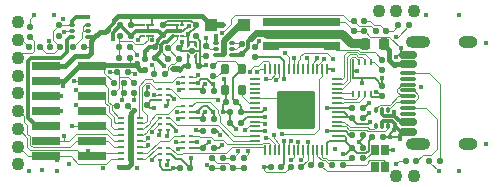
<source format=gbr>
G04 #@! TF.GenerationSoftware,KiCad,Pcbnew,(6.0.2)*
G04 #@! TF.CreationDate,2022-03-09T14:23:30+01:00*
G04 #@! TF.ProjectId,rs-probe,72732d70-726f-4626-952e-6b696361645f,rev?*
G04 #@! TF.SameCoordinates,Original*
G04 #@! TF.FileFunction,Copper,L1,Top*
G04 #@! TF.FilePolarity,Positive*
%FSLAX46Y46*%
G04 Gerber Fmt 4.6, Leading zero omitted, Abs format (unit mm)*
G04 Created by KiCad (PCBNEW (6.0.2)) date 2022-03-09 14:23:30*
%MOMM*%
%LPD*%
G01*
G04 APERTURE LIST*
G04 Aperture macros list*
%AMRoundRect*
0 Rectangle with rounded corners*
0 $1 Rounding radius*
0 $2 $3 $4 $5 $6 $7 $8 $9 X,Y pos of 4 corners*
0 Add a 4 corners polygon primitive as box body*
4,1,4,$2,$3,$4,$5,$6,$7,$8,$9,$2,$3,0*
0 Add four circle primitives for the rounded corners*
1,1,$1+$1,$2,$3*
1,1,$1+$1,$4,$5*
1,1,$1+$1,$6,$7*
1,1,$1+$1,$8,$9*
0 Add four rect primitives between the rounded corners*
20,1,$1+$1,$2,$3,$4,$5,0*
20,1,$1+$1,$4,$5,$6,$7,0*
20,1,$1+$1,$6,$7,$8,$9,0*
20,1,$1+$1,$8,$9,$2,$3,0*%
%AMFreePoly0*
4,1,6,0.175000,-0.100000,-0.225000,-0.100000,-0.225000,-0.025000,-0.050000,0.150000,0.175000,0.150000,0.175000,-0.100000,0.175000,-0.100000,$1*%
%AMFreePoly1*
4,1,6,0.225000,-0.025000,0.225000,-0.100000,-0.175000,-0.100000,-0.175000,0.150000,0.050000,0.150000,0.225000,-0.025000,0.225000,-0.025000,$1*%
G04 Aperture macros list end*
G04 #@! TA.AperFunction,SMDPad,CuDef*
%ADD10RoundRect,0.137500X-0.137500X-0.137500X0.137500X-0.137500X0.137500X0.137500X-0.137500X0.137500X0*%
G04 #@! TD*
G04 #@! TA.AperFunction,SMDPad,CuDef*
%ADD11RoundRect,0.137500X-0.137500X0.137500X-0.137500X-0.137500X0.137500X-0.137500X0.137500X0.137500X0*%
G04 #@! TD*
G04 #@! TA.AperFunction,SMDPad,CuDef*
%ADD12RoundRect,0.185000X-1.015000X-0.185000X1.015000X-0.185000X1.015000X0.185000X-1.015000X0.185000X0*%
G04 #@! TD*
G04 #@! TA.AperFunction,SMDPad,CuDef*
%ADD13RoundRect,0.150000X0.575000X-0.150000X0.575000X0.150000X-0.575000X0.150000X-0.575000X-0.150000X0*%
G04 #@! TD*
G04 #@! TA.AperFunction,SMDPad,CuDef*
%ADD14O,1.450000X0.300000*%
G04 #@! TD*
G04 #@! TA.AperFunction,ComponentPad*
%ADD15O,2.100000X1.000000*%
G04 #@! TD*
G04 #@! TA.AperFunction,ComponentPad*
%ADD16O,1.600000X1.000000*%
G04 #@! TD*
G04 #@! TA.AperFunction,SMDPad,CuDef*
%ADD17RoundRect,0.125000X0.200000X0.000000X-0.200000X0.000000X-0.200000X0.000000X0.200000X0.000000X0*%
G04 #@! TD*
G04 #@! TA.AperFunction,SMDPad,CuDef*
%ADD18RoundRect,0.125000X0.125000X1.925000X-0.125000X1.925000X-0.125000X-1.925000X0.125000X-1.925000X0*%
G04 #@! TD*
G04 #@! TA.AperFunction,SMDPad,CuDef*
%ADD19RoundRect,0.137500X0.137500X-0.137500X0.137500X0.137500X-0.137500X0.137500X-0.137500X-0.137500X0*%
G04 #@! TD*
G04 #@! TA.AperFunction,SMDPad,CuDef*
%ADD20RoundRect,0.050000X-0.050000X0.387500X-0.050000X-0.387500X0.050000X-0.387500X0.050000X0.387500X0*%
G04 #@! TD*
G04 #@! TA.AperFunction,SMDPad,CuDef*
%ADD21RoundRect,0.050000X-0.387500X0.050000X-0.387500X-0.050000X0.387500X-0.050000X0.387500X0.050000X0*%
G04 #@! TD*
G04 #@! TA.AperFunction,ComponentPad*
%ADD22C,0.600000*%
G04 #@! TD*
G04 #@! TA.AperFunction,SMDPad,CuDef*
%ADD23RoundRect,0.144000X-1.456000X1.456000X-1.456000X-1.456000X1.456000X-1.456000X1.456000X1.456000X0*%
G04 #@! TD*
G04 #@! TA.AperFunction,SMDPad,CuDef*
%ADD24R,0.330000X0.270000*%
G04 #@! TD*
G04 #@! TA.AperFunction,SMDPad,CuDef*
%ADD25RoundRect,0.137500X0.137500X0.137500X-0.137500X0.137500X-0.137500X-0.137500X0.137500X-0.137500X0*%
G04 #@! TD*
G04 #@! TA.AperFunction,SMDPad,CuDef*
%ADD26R,1.100000X1.100000*%
G04 #@! TD*
G04 #@! TA.AperFunction,SMDPad,CuDef*
%ADD27FreePoly0,270.000000*%
G04 #@! TD*
G04 #@! TA.AperFunction,SMDPad,CuDef*
%ADD28FreePoly1,90.000000*%
G04 #@! TD*
G04 #@! TA.AperFunction,SMDPad,CuDef*
%ADD29FreePoly0,90.000000*%
G04 #@! TD*
G04 #@! TA.AperFunction,SMDPad,CuDef*
%ADD30FreePoly1,270.000000*%
G04 #@! TD*
G04 #@! TA.AperFunction,SMDPad,CuDef*
%ADD31RoundRect,0.120000X0.000000X-0.169706X0.169706X0.000000X0.000000X0.169706X-0.169706X0.000000X0*%
G04 #@! TD*
G04 #@! TA.AperFunction,SMDPad,CuDef*
%ADD32RoundRect,0.075000X-0.150000X-0.075000X0.150000X-0.075000X0.150000X0.075000X-0.150000X0.075000X0*%
G04 #@! TD*
G04 #@! TA.AperFunction,SMDPad,CuDef*
%ADD33RoundRect,0.062500X0.087500X-0.062500X0.087500X0.062500X-0.087500X0.062500X-0.087500X-0.062500X0*%
G04 #@! TD*
G04 #@! TA.AperFunction,SMDPad,CuDef*
%ADD34R,0.940000X0.300000*%
G04 #@! TD*
G04 #@! TA.AperFunction,SMDPad,CuDef*
%ADD35R,0.650000X0.850000*%
G04 #@! TD*
G04 #@! TA.AperFunction,SMDPad,CuDef*
%ADD36O,0.250000X0.600000*%
G04 #@! TD*
G04 #@! TA.AperFunction,SMDPad,CuDef*
%ADD37R,1.600000X0.200000*%
G04 #@! TD*
G04 #@! TA.AperFunction,SMDPad,CuDef*
%ADD38RoundRect,0.075000X0.075000X-0.150000X0.075000X0.150000X-0.075000X0.150000X-0.075000X-0.150000X0*%
G04 #@! TD*
G04 #@! TA.AperFunction,SMDPad,CuDef*
%ADD39RoundRect,0.218750X0.218750X0.256250X-0.218750X0.256250X-0.218750X-0.256250X0.218750X-0.256250X0*%
G04 #@! TD*
G04 #@! TA.AperFunction,SMDPad,CuDef*
%ADD40RoundRect,0.175000X-0.175000X0.275000X-0.175000X-0.275000X0.175000X-0.275000X0.175000X0.275000X0*%
G04 #@! TD*
G04 #@! TA.AperFunction,SMDPad,CuDef*
%ADD41R,1.450000X0.700000*%
G04 #@! TD*
G04 #@! TA.AperFunction,ComponentPad*
%ADD42C,1.100000*%
G04 #@! TD*
G04 #@! TA.AperFunction,ViaPad*
%ADD43C,0.450000*%
G04 #@! TD*
G04 #@! TA.AperFunction,Conductor*
%ADD44C,0.100000*%
G04 #@! TD*
G04 #@! TA.AperFunction,Conductor*
%ADD45C,0.500000*%
G04 #@! TD*
G04 #@! TA.AperFunction,Conductor*
%ADD46C,0.700000*%
G04 #@! TD*
G04 #@! TA.AperFunction,Conductor*
%ADD47C,0.200000*%
G04 #@! TD*
G04 #@! TA.AperFunction,Conductor*
%ADD48C,0.300000*%
G04 #@! TD*
G04 #@! TA.AperFunction,Conductor*
%ADD49C,0.800000*%
G04 #@! TD*
G04 #@! TA.AperFunction,Conductor*
%ADD50C,0.150000*%
G04 #@! TD*
G04 #@! TA.AperFunction,Conductor*
%ADD51C,0.400000*%
G04 #@! TD*
G04 #@! TA.AperFunction,Conductor*
%ADD52C,0.350000*%
G04 #@! TD*
G04 #@! TA.AperFunction,Conductor*
%ADD53C,0.600000*%
G04 #@! TD*
G04 APERTURE END LIST*
D10*
X179650000Y-80700000D03*
X178750000Y-80700000D03*
X181550000Y-80250000D03*
X180650000Y-80250000D03*
D11*
X176900000Y-80750000D03*
X176900000Y-79850000D03*
X177800000Y-80750000D03*
X177800000Y-79850000D03*
D12*
X150850000Y-83690000D03*
X154750000Y-83690000D03*
X150850000Y-84960000D03*
X154750000Y-84960000D03*
X150850000Y-86230000D03*
X154750000Y-86230000D03*
X150850000Y-87500000D03*
X154750000Y-87500000D03*
X150850000Y-88770000D03*
X154750000Y-88770000D03*
X150850000Y-90040000D03*
X154750000Y-90040000D03*
X150850000Y-91310000D03*
X154750000Y-91310000D03*
D13*
X181455000Y-89250000D03*
X181455000Y-88450000D03*
D14*
X181455000Y-87250000D03*
X181455000Y-86250000D03*
X181455000Y-85750000D03*
X181455000Y-84750000D03*
D13*
X181455000Y-83550000D03*
X181455000Y-82750000D03*
X181455000Y-82750000D03*
X181455000Y-83550000D03*
D14*
X181455000Y-84250000D03*
X181455000Y-85250000D03*
X181455000Y-86750000D03*
X181455000Y-87750000D03*
D13*
X181455000Y-88450000D03*
X181455000Y-89250000D03*
D15*
X182370000Y-90320000D03*
X182370000Y-81680000D03*
D16*
X186550000Y-90320000D03*
X186550000Y-81680000D03*
D17*
X158825000Y-91550000D03*
X158825000Y-91050000D03*
X158825000Y-90550000D03*
X158825000Y-90050000D03*
X158825000Y-89550000D03*
X158825000Y-89050000D03*
X158825000Y-88550000D03*
X158825000Y-88050000D03*
X157175000Y-88050000D03*
X157175000Y-88550000D03*
X157175000Y-89050000D03*
X157175000Y-89550000D03*
X157175000Y-90050000D03*
X157175000Y-90550000D03*
X157175000Y-91050000D03*
X157175000Y-91550000D03*
D18*
X158000000Y-89800000D03*
D10*
X156575000Y-85100000D03*
X157475000Y-85100000D03*
D19*
X179300000Y-84050000D03*
X179300000Y-83150000D03*
D20*
X174600000Y-83962500D03*
X174200000Y-83962500D03*
X173800000Y-83962500D03*
X173400000Y-83962500D03*
X173000000Y-83962500D03*
X172600000Y-83962500D03*
X172200000Y-83962500D03*
X171800000Y-83962500D03*
X171400000Y-83962500D03*
X171000000Y-83962500D03*
X170600000Y-83962500D03*
X170200000Y-83962500D03*
X169800000Y-83962500D03*
X169400000Y-83962500D03*
D21*
X168562500Y-84800000D03*
X168562500Y-85200000D03*
X168562500Y-85600000D03*
X168562500Y-86000000D03*
X168562500Y-86400000D03*
X168562500Y-86800000D03*
X168562500Y-87200000D03*
X168562500Y-87600000D03*
X168562500Y-88000000D03*
X168562500Y-88400000D03*
X168562500Y-88800000D03*
X168562500Y-89200000D03*
X168562500Y-89600000D03*
X168562500Y-90000000D03*
D20*
X169400000Y-90837500D03*
X169800000Y-90837500D03*
X170200000Y-90837500D03*
X170600000Y-90837500D03*
X171000000Y-90837500D03*
X171400000Y-90837500D03*
X171800000Y-90837500D03*
X172200000Y-90837500D03*
X172600000Y-90837500D03*
X173000000Y-90837500D03*
X173400000Y-90837500D03*
X173800000Y-90837500D03*
X174200000Y-90837500D03*
X174600000Y-90837500D03*
D21*
X175437500Y-90000000D03*
X175437500Y-89600000D03*
X175437500Y-89200000D03*
X175437500Y-88800000D03*
X175437500Y-88400000D03*
X175437500Y-88000000D03*
X175437500Y-87600000D03*
X175437500Y-87200000D03*
X175437500Y-86800000D03*
X175437500Y-86400000D03*
X175437500Y-86000000D03*
X175437500Y-85600000D03*
X175437500Y-85200000D03*
X175437500Y-84800000D03*
D22*
X170725000Y-88675000D03*
X173275000Y-87400000D03*
X172000000Y-88675000D03*
D23*
X172000000Y-87400000D03*
D22*
X170725000Y-87400000D03*
X172000000Y-87400000D03*
X173275000Y-88675000D03*
X173275000Y-86125000D03*
X172000000Y-86125000D03*
X170725000Y-86125000D03*
D11*
X165000000Y-83650000D03*
X165000000Y-84550000D03*
D24*
X161140000Y-86600000D03*
X161140000Y-86100000D03*
X161140000Y-85600000D03*
X160460000Y-85600000D03*
X160460000Y-86100000D03*
X160460000Y-86600000D03*
D25*
X172450000Y-92200000D03*
X171550000Y-92200000D03*
D26*
X164800000Y-80200000D03*
X167600000Y-80200000D03*
D10*
X162850000Y-83650000D03*
X163750000Y-83650000D03*
D19*
X168500000Y-82950000D03*
X168500000Y-82050000D03*
D10*
X164150000Y-85800000D03*
X165050000Y-85800000D03*
D19*
X164900000Y-92350000D03*
X164900000Y-91450000D03*
D25*
X157475000Y-86000000D03*
X156575000Y-86000000D03*
D10*
X164150000Y-89200000D03*
X165050000Y-89200000D03*
D25*
X162100000Y-82200000D03*
X161200000Y-82200000D03*
X166950000Y-86700000D03*
X166050000Y-86700000D03*
D27*
X162850000Y-82875000D03*
D28*
X163550000Y-82875000D03*
D29*
X163550000Y-81925000D03*
D30*
X162850000Y-81925000D03*
D31*
X163200000Y-82400000D03*
D32*
X153000000Y-80200000D03*
X153000000Y-80700000D03*
X153000000Y-81200000D03*
X154400000Y-81200000D03*
X154400000Y-80700000D03*
X154400000Y-80200000D03*
D24*
X161140000Y-89100000D03*
X161140000Y-88600000D03*
X161140000Y-88100000D03*
X160460000Y-88100000D03*
X160460000Y-88600000D03*
X160460000Y-89100000D03*
D25*
X170750000Y-92200000D03*
X169850000Y-92200000D03*
D10*
X157050000Y-82100000D03*
X157950000Y-82100000D03*
D19*
X164400000Y-82850000D03*
X164400000Y-81950000D03*
D11*
X158000000Y-80250000D03*
X158000000Y-81150000D03*
X163500000Y-80250000D03*
X163500000Y-81150000D03*
X167400000Y-81800000D03*
X167400000Y-82700000D03*
D10*
X162150000Y-92300000D03*
X163050000Y-92300000D03*
X178450000Y-89700000D03*
X179350000Y-89700000D03*
D33*
X161565000Y-81175000D03*
X161965000Y-81175000D03*
X162365000Y-81175000D03*
X162365000Y-80225000D03*
X161965000Y-80225000D03*
X161565000Y-80225000D03*
D34*
X161965000Y-80700000D03*
D11*
X160700000Y-80200000D03*
X160700000Y-81100000D03*
D19*
X159200000Y-84000000D03*
X159200000Y-83100000D03*
D25*
X183300000Y-91750000D03*
X184200000Y-91750000D03*
D19*
X160050000Y-83000000D03*
X160050000Y-82100000D03*
D24*
X163140000Y-88100000D03*
X163140000Y-87600000D03*
X163140000Y-87100000D03*
X162460000Y-87100000D03*
X162460000Y-87600000D03*
X162460000Y-88100000D03*
D35*
X179525000Y-92225000D03*
X178675000Y-92225000D03*
X178675000Y-90775000D03*
X179525000Y-90775000D03*
D10*
X176750000Y-89500000D03*
X177650000Y-89500000D03*
X157050000Y-83000000D03*
X157950000Y-83000000D03*
D36*
X178350000Y-83350000D03*
X177850000Y-83350000D03*
X177350000Y-83350000D03*
X176850000Y-83350000D03*
X176850000Y-86050000D03*
X177350000Y-86050000D03*
X177850000Y-86050000D03*
X178350000Y-86050000D03*
D37*
X177600000Y-84700000D03*
D11*
X157100000Y-80250000D03*
X157100000Y-81150000D03*
D19*
X159400000Y-86950000D03*
X159400000Y-86050000D03*
D38*
X178800000Y-88800000D03*
X179300000Y-88800000D03*
X179800000Y-88800000D03*
X179800000Y-87400000D03*
X179300000Y-87400000D03*
X178800000Y-87400000D03*
D25*
X152050000Y-82100000D03*
X151150000Y-82100000D03*
D10*
X164150000Y-90600000D03*
X165050000Y-90600000D03*
D11*
X149500000Y-80350000D03*
X149500000Y-81250000D03*
D33*
X159050000Y-81175000D03*
X159450000Y-81175000D03*
X159850000Y-81175000D03*
X159850000Y-80225000D03*
X159450000Y-80225000D03*
X159050000Y-80225000D03*
D34*
X159450000Y-80700000D03*
D24*
X161140000Y-91600000D03*
X161140000Y-91100000D03*
X161140000Y-90600000D03*
X160460000Y-90600000D03*
X160460000Y-91100000D03*
X160460000Y-91600000D03*
D25*
X174150000Y-92100000D03*
X173250000Y-92100000D03*
X177650000Y-91500000D03*
X176750000Y-91500000D03*
D24*
X163140000Y-85600000D03*
X163140000Y-85100000D03*
X163140000Y-84600000D03*
X162460000Y-84600000D03*
X162460000Y-85100000D03*
X162460000Y-85600000D03*
D19*
X167600000Y-92350000D03*
X167600000Y-91450000D03*
D25*
X167350000Y-88500000D03*
X166450000Y-88500000D03*
X162100000Y-83050000D03*
X161200000Y-83050000D03*
D10*
X176750000Y-87200000D03*
X177650000Y-87200000D03*
D25*
X157750000Y-87100000D03*
X156850000Y-87100000D03*
D10*
X164150000Y-88200000D03*
X165050000Y-88200000D03*
X176750000Y-90600000D03*
X177650000Y-90600000D03*
D19*
X179300000Y-86250000D03*
X179300000Y-85350000D03*
D25*
X160900000Y-84350000D03*
X160000000Y-84350000D03*
D10*
X156850000Y-84200000D03*
X157750000Y-84200000D03*
X153150000Y-82100000D03*
X154050000Y-82100000D03*
D19*
X165800000Y-92350000D03*
X165800000Y-91450000D03*
D39*
X179437500Y-81850000D03*
X177862500Y-81850000D03*
D25*
X175950000Y-92100000D03*
X175050000Y-92100000D03*
D24*
X163140000Y-90600000D03*
X163140000Y-90100000D03*
X163140000Y-89600000D03*
X162460000Y-89600000D03*
X162460000Y-90100000D03*
X162460000Y-90600000D03*
D11*
X151900000Y-80250000D03*
X151900000Y-81150000D03*
D25*
X167350000Y-87600000D03*
X166450000Y-87600000D03*
D40*
X165950000Y-83900000D03*
X165950000Y-85700000D03*
X167450000Y-85675000D03*
X167450000Y-83925000D03*
D25*
X182200000Y-91750000D03*
X181300000Y-91750000D03*
D41*
X175080000Y-80000000D03*
X169920000Y-80000000D03*
X169920000Y-82000000D03*
X175080000Y-82000000D03*
D19*
X166700000Y-92350000D03*
X166700000Y-91450000D03*
D11*
X158250000Y-85100000D03*
X158250000Y-86000000D03*
D10*
X176750000Y-88100000D03*
X177650000Y-88100000D03*
D32*
X165200000Y-81750000D03*
X165200000Y-82250000D03*
X165200000Y-82750000D03*
X166600000Y-82750000D03*
X166600000Y-82250000D03*
X166600000Y-81750000D03*
D25*
X150300000Y-82100000D03*
X149400000Y-82100000D03*
D42*
X148500000Y-80000000D03*
X148500000Y-81500000D03*
X148500000Y-83000000D03*
X148500000Y-84500000D03*
X148500000Y-86000000D03*
X148500000Y-87500000D03*
X148500000Y-89000000D03*
X148500000Y-90500000D03*
X148500000Y-92000000D03*
X179000000Y-79000000D03*
X180500000Y-79000000D03*
X182000000Y-79000000D03*
X182000000Y-93000000D03*
X180500000Y-93000000D03*
D43*
X175100000Y-83050000D03*
X180500000Y-81200000D03*
X165750000Y-80850000D03*
X159400000Y-82300000D03*
X156500000Y-81400000D03*
X158300000Y-87400000D03*
X163700000Y-85100000D03*
X184100000Y-92600000D03*
X165200000Y-81174500D03*
X162900000Y-80274500D03*
X154350000Y-79500000D03*
X162350000Y-81650000D03*
X180900000Y-82200000D03*
X183000000Y-79400000D03*
X167100000Y-90900000D03*
X150500000Y-92500000D03*
X163100000Y-91500000D03*
X161800000Y-89200000D03*
X165000000Y-85200000D03*
X177600000Y-85150000D03*
X178200000Y-86800000D03*
X151800000Y-92600000D03*
X163700000Y-87600000D03*
X161700000Y-86500000D03*
X168871502Y-81550000D03*
X149800000Y-79400000D03*
X180500000Y-82900000D03*
X180300000Y-89100000D03*
X182600000Y-85500000D03*
X188100000Y-90300000D03*
X169300000Y-92200000D03*
X166900000Y-89000000D03*
X180800000Y-89900000D03*
X159500000Y-85500000D03*
X177150000Y-84100000D03*
X149900000Y-87500000D03*
X165812878Y-87583254D03*
X175300000Y-90700000D03*
X158000000Y-89550000D03*
X163600000Y-90100000D03*
X164400000Y-83600000D03*
X177300000Y-90100000D03*
X165900000Y-84800000D03*
X165700000Y-90400000D03*
X178200000Y-87700000D03*
X179300000Y-84700000D03*
X157000000Y-92250000D03*
X180000000Y-89700000D03*
X151500000Y-79400000D03*
X149400000Y-92600000D03*
X156214812Y-84185188D03*
X185800000Y-92600000D03*
X188100000Y-81700000D03*
X165600000Y-89500000D03*
X152100000Y-87500000D03*
X152100000Y-86200000D03*
X150850000Y-86230000D03*
X165000000Y-87600000D03*
X185800000Y-79400000D03*
X180500000Y-92000000D03*
X160200000Y-80711694D03*
X161100000Y-89600000D03*
X171000000Y-84800000D03*
X169400000Y-89200000D03*
X178800000Y-85850000D03*
X161050000Y-92050011D03*
X162200000Y-84000000D03*
X169400000Y-87300000D03*
X164600000Y-90100000D03*
X180200000Y-90800000D03*
X176000000Y-91100000D03*
X178300000Y-88400000D03*
X164300000Y-85200000D03*
X175100000Y-84000000D03*
X164300000Y-87600000D03*
X152300000Y-79700000D03*
X161000000Y-87100000D03*
X161600000Y-83900000D03*
X171000000Y-90000000D03*
X180300000Y-87600000D03*
X180400000Y-83600000D03*
X152400000Y-89650000D03*
X151800000Y-91600000D03*
X158400000Y-84400000D03*
X158300000Y-86575000D03*
X154400000Y-90850000D03*
X169400000Y-88600000D03*
X167700000Y-89100000D03*
X153350000Y-86950000D03*
X158550000Y-92300000D03*
X153200000Y-84950000D03*
X155650000Y-92350000D03*
X153350000Y-85750000D03*
X151050000Y-81600000D03*
X153050000Y-88750000D03*
X158500000Y-83450000D03*
X152300000Y-85400000D03*
X152750000Y-92000000D03*
X158600011Y-81450000D03*
X159850000Y-81500000D03*
X171800000Y-83000000D03*
X157300000Y-86600000D03*
X173000000Y-90100000D03*
X173800000Y-83000000D03*
X174400000Y-83050000D03*
X165800000Y-80200000D03*
X164400000Y-81300000D03*
X171050000Y-82550000D03*
X172900000Y-83000000D03*
X152400000Y-80800000D03*
X159800000Y-83600000D03*
X158544288Y-82793290D03*
X164459519Y-92024500D03*
X162000000Y-88200000D03*
X160400000Y-89500000D03*
X161600000Y-92300000D03*
X162014812Y-90685188D03*
X160000000Y-87200000D03*
X163500000Y-89100000D03*
X162100000Y-85700000D03*
X160827782Y-83697812D03*
X162850000Y-81000000D03*
X168150000Y-81350000D03*
X174600000Y-89200000D03*
X169400000Y-88000000D03*
X174600000Y-87200000D03*
X170800000Y-89400000D03*
X167900000Y-90900000D03*
X172400000Y-91600000D03*
X159800000Y-91600000D03*
X172200000Y-90100000D03*
X161800000Y-90100000D03*
X169500000Y-84800000D03*
X159500000Y-90400000D03*
X159500000Y-89800000D03*
X170300000Y-84900000D03*
X165400000Y-86600000D03*
X168700000Y-84200000D03*
X168124500Y-84200000D03*
X163700000Y-84474500D03*
X171600000Y-91600000D03*
X159825500Y-89300000D03*
X161900000Y-87600000D03*
X171600000Y-90000000D03*
X160000000Y-86100000D03*
X170100000Y-89550000D03*
X162000000Y-85100000D03*
X169500000Y-89800000D03*
D44*
X175437500Y-86800000D02*
X176000000Y-86800000D01*
X176000000Y-86800000D02*
X176050000Y-86750000D01*
X176050000Y-86750000D02*
X177325000Y-86750000D01*
X177325000Y-86750000D02*
X177850000Y-86225000D01*
X177850000Y-86225000D02*
X177850000Y-86050000D01*
X177850000Y-83350000D02*
X177850000Y-83175000D01*
X177850000Y-83175000D02*
X177575000Y-82900000D01*
X177575000Y-82900000D02*
X177282164Y-82900000D01*
X177282164Y-82900000D02*
X177082645Y-82700481D01*
X176300000Y-84850000D02*
X175950000Y-85200000D01*
X175950000Y-85200000D02*
X175437500Y-85200000D01*
X177082645Y-82700481D02*
X176549519Y-82700481D01*
X176549519Y-82700481D02*
X176300000Y-82950000D01*
X176300000Y-82950000D02*
X176300000Y-84850000D01*
X178350000Y-83350000D02*
X178350000Y-83175000D01*
X177164328Y-82500000D02*
X176336221Y-82500000D01*
X176050000Y-82786221D02*
X176050000Y-84650000D01*
X176050000Y-84650000D02*
X175900000Y-84800000D01*
X178350000Y-83175000D02*
X177875481Y-82700481D01*
X175900000Y-84800000D02*
X175437500Y-84800000D01*
X177875481Y-82700481D02*
X177364809Y-82700481D01*
X177364809Y-82700481D02*
X177164328Y-82500000D01*
X176336221Y-82500000D02*
X176050000Y-82786221D01*
X175100000Y-83050000D02*
X174600000Y-82550000D01*
X174600000Y-82550000D02*
X172700000Y-82550000D01*
X172700000Y-82550000D02*
X172375000Y-82875000D01*
X172375000Y-82875000D02*
X172375000Y-83125000D01*
X172375000Y-83125000D02*
X172200000Y-83300000D01*
X172200000Y-83300000D02*
X172200000Y-83962500D01*
X171050000Y-82550000D02*
X171400000Y-82900000D01*
X171400000Y-82900000D02*
X171400000Y-83962500D01*
X169920000Y-82000000D02*
X170020000Y-81900000D01*
D45*
X170020000Y-81900000D02*
X174980000Y-81900000D01*
D44*
X174980000Y-81900000D02*
X175080000Y-82000000D01*
D46*
X169920000Y-80000000D02*
X175080000Y-80000000D01*
D44*
X165750000Y-80850000D02*
X166500000Y-80100000D01*
X166500000Y-79700000D02*
X166800000Y-79400000D01*
X166800000Y-79400000D02*
X176000000Y-79400000D01*
X166500000Y-80100000D02*
X166500000Y-79700000D01*
X176000000Y-79400000D02*
X176450000Y-79850000D01*
X176450000Y-79850000D02*
X176900000Y-79850000D01*
X167100000Y-91050000D02*
X167100000Y-90900000D01*
X166700000Y-91450000D02*
X167100000Y-91050000D01*
X169800000Y-90837500D02*
X169800000Y-90300000D01*
X169200000Y-90200000D02*
X169150000Y-90250000D01*
X169800000Y-90300000D02*
X169700000Y-90200000D01*
X163900000Y-89700000D02*
X163800000Y-89600000D01*
X169700000Y-90200000D02*
X169200000Y-90200000D01*
X169150000Y-90250000D02*
X166150000Y-90250000D01*
X165850000Y-89950000D02*
X165050000Y-89950000D01*
X165050000Y-89950000D02*
X164800000Y-89700000D01*
X166150000Y-90250000D02*
X165850000Y-89950000D01*
X164800000Y-89700000D02*
X163900000Y-89700000D01*
X163800000Y-89600000D02*
X163140000Y-89600000D01*
X163140000Y-87100000D02*
X163540000Y-86700000D01*
X163540000Y-86700000D02*
X164700000Y-86700000D01*
X164700000Y-86700000D02*
X165400000Y-87400000D01*
X165400000Y-87400000D02*
X165400000Y-87700000D01*
X166750000Y-89600000D02*
X168562500Y-89600000D01*
X165400000Y-87700000D02*
X165600000Y-87900000D01*
X165600000Y-87900000D02*
X165600000Y-88450000D01*
X165600000Y-88450000D02*
X166750000Y-89600000D01*
X158825000Y-89550000D02*
X159050000Y-89550000D01*
X159350000Y-89150000D02*
X160400000Y-88100000D01*
X159050000Y-89550000D02*
X159350000Y-89250000D01*
X159350000Y-89250000D02*
X159350000Y-89150000D01*
X160400000Y-88100000D02*
X160460000Y-88100000D01*
X159825500Y-89300000D02*
X159825500Y-89174500D01*
X160400000Y-88600000D02*
X160460000Y-88600000D01*
X159825500Y-89174500D02*
X160400000Y-88600000D01*
D47*
X165700000Y-90400000D02*
X165500000Y-90600000D01*
X165500000Y-90600000D02*
X165050000Y-90600000D01*
X164400000Y-83600000D02*
X164350000Y-83650000D01*
X164350000Y-83650000D02*
X163750000Y-83650000D01*
D48*
X152300000Y-85400000D02*
X152300000Y-84950000D01*
X152300000Y-84950000D02*
X152150000Y-84950000D01*
X152150000Y-84950000D02*
X152140000Y-84960000D01*
D44*
X182200000Y-91750000D02*
X182750000Y-91200000D01*
X183050000Y-87250000D02*
X181455000Y-87250000D01*
X182750000Y-91200000D02*
X183450000Y-91200000D01*
X183450000Y-91200000D02*
X183950000Y-90700000D01*
X183950000Y-90700000D02*
X183950000Y-88150000D01*
X183950000Y-88150000D02*
X183050000Y-87250000D01*
X181300000Y-91750000D02*
X180750000Y-91750000D01*
X180750000Y-91750000D02*
X180500000Y-92000000D01*
X184100000Y-92600000D02*
X183300000Y-91800000D01*
X183300000Y-91800000D02*
X183300000Y-91750000D01*
X184200000Y-91750000D02*
X184200000Y-85200000D01*
X184200000Y-85200000D02*
X183250000Y-84250000D01*
X183250000Y-84250000D02*
X181455000Y-84250000D01*
X179650000Y-80700000D02*
X180200000Y-80700000D01*
X180200000Y-80700000D02*
X180650000Y-80250000D01*
X181550000Y-80250000D02*
X180600000Y-81200000D01*
X180600000Y-81200000D02*
X180500000Y-81200000D01*
X160000000Y-84350000D02*
X160000000Y-83800000D01*
X160000000Y-83800000D02*
X159800000Y-83600000D01*
D45*
X162200000Y-84000000D02*
X162100000Y-83900000D01*
X162100000Y-83900000D02*
X161600000Y-83900000D01*
D48*
X162200000Y-84000000D02*
X162550000Y-83650000D01*
X162550000Y-83650000D02*
X162750000Y-83650000D01*
D44*
X172900000Y-83000000D02*
X173000000Y-83100000D01*
X173000000Y-83100000D02*
X173000000Y-83962500D01*
X173800000Y-83000000D02*
X173400000Y-83400000D01*
X173400000Y-83400000D02*
X173400000Y-83962500D01*
X174392837Y-83050000D02*
X173800000Y-83642837D01*
X174400000Y-83050000D02*
X174392837Y-83050000D01*
X173800000Y-83642837D02*
X173800000Y-83962500D01*
X177800000Y-79850000D02*
X178250000Y-79850000D01*
X178250000Y-79850000D02*
X178575000Y-80175000D01*
X178575000Y-80175000D02*
X179125000Y-80175000D01*
X179125000Y-80175000D02*
X179650000Y-80700000D01*
D45*
X165800000Y-80200000D02*
X164800000Y-80200000D01*
D44*
X176900000Y-80750000D02*
X176150000Y-80000000D01*
X176150000Y-80000000D02*
X175080000Y-80000000D01*
X177800000Y-80750000D02*
X176900000Y-80750000D01*
X177800000Y-80750000D02*
X177850000Y-80750000D01*
X178300000Y-81200000D02*
X179900000Y-81200000D01*
X177850000Y-80750000D02*
X178300000Y-81200000D01*
X179900000Y-81200000D02*
X180900000Y-82200000D01*
X178750000Y-80700000D02*
X178350000Y-80300000D01*
X178350000Y-80300000D02*
X177350000Y-80300000D01*
X177350000Y-80300000D02*
X176900000Y-79850000D01*
D49*
X177862500Y-81850000D02*
X177762980Y-81750480D01*
X177762980Y-81750480D02*
X176650480Y-81750480D01*
X176650480Y-81750480D02*
X175900000Y-81000000D01*
X175900000Y-81000000D02*
X169550000Y-81000000D01*
D44*
X179300000Y-83150000D02*
X178650962Y-82500962D01*
X177447454Y-82500962D02*
X177246492Y-82300000D01*
X178650962Y-82500962D02*
X177447454Y-82500962D01*
X177246492Y-82300000D02*
X175380000Y-82300000D01*
X175380000Y-82300000D02*
X175080000Y-82000000D01*
D50*
X165000000Y-85200000D02*
X164900000Y-85200000D01*
D47*
X177650000Y-89750000D02*
X177300000Y-90100000D01*
D44*
X151950000Y-80200000D02*
X151900000Y-80250000D01*
D47*
X164900350Y-85200000D02*
X165000000Y-85200000D01*
D44*
X158050000Y-87400000D02*
X158300000Y-87400000D01*
X152050000Y-82100000D02*
X151550000Y-82600000D01*
D47*
X159450000Y-80225000D02*
X159450000Y-80700000D01*
X179300000Y-85350000D02*
X179300000Y-84700000D01*
X163900000Y-83500000D02*
X163750000Y-83650000D01*
X165050000Y-87650000D02*
X165000000Y-87600000D01*
X177650000Y-89500000D02*
X177650000Y-89750000D01*
X163550000Y-83450000D02*
X163550000Y-82875000D01*
X166050000Y-86700000D02*
X166050000Y-85800000D01*
D48*
X159450000Y-80700000D02*
X158450000Y-80700000D01*
D47*
X177800000Y-88100000D02*
X178200000Y-87700000D01*
D48*
X160050000Y-82100000D02*
X160050000Y-81971061D01*
D47*
X177650000Y-90600000D02*
X177650000Y-90450000D01*
X177650000Y-90450000D02*
X177300000Y-90100000D01*
D48*
X161100000Y-80700000D02*
X160700000Y-81100000D01*
D47*
X166450000Y-88550000D02*
X166900000Y-89000000D01*
D48*
X160300000Y-80700000D02*
X160700000Y-81100000D01*
D47*
X161800000Y-89100000D02*
X161800000Y-89200000D01*
X163100000Y-92250000D02*
X163050000Y-92300000D01*
X161965000Y-80700000D02*
X162474500Y-80700000D01*
D44*
X171050000Y-92700000D02*
X171550000Y-92200000D01*
D48*
X158000000Y-81150000D02*
X157100000Y-80250000D01*
D47*
X163140000Y-90100000D02*
X163600000Y-90100000D01*
D44*
X170450000Y-86400000D02*
X170725000Y-86125000D01*
D47*
X163200000Y-82400000D02*
X162300000Y-82400000D01*
D50*
X164500000Y-84800000D02*
X164000000Y-84800000D01*
D48*
X181455000Y-89250000D02*
X181050000Y-89250000D01*
X180400000Y-88800000D02*
X180400000Y-89000000D01*
D51*
X157750000Y-92250000D02*
X158000000Y-92000000D01*
D47*
X161400000Y-91100000D02*
X161140000Y-91100000D01*
X163900000Y-82900000D02*
X163900000Y-83500000D01*
X165050000Y-89200000D02*
X165300000Y-89200000D01*
D44*
X153000000Y-80200000D02*
X151950000Y-80200000D01*
D48*
X180800000Y-89500000D02*
X180800000Y-89900000D01*
X153000000Y-79900000D02*
X153400000Y-79500000D01*
X159450000Y-80700000D02*
X160300000Y-80700000D01*
D47*
X162350000Y-81950000D02*
X162100000Y-82200000D01*
X161140000Y-86100000D02*
X161300000Y-86100000D01*
D48*
X160050000Y-82100000D02*
X159550000Y-82100000D01*
D44*
X164400000Y-82850000D02*
X163950000Y-82850000D01*
D47*
X180900000Y-82500000D02*
X180900000Y-82200000D01*
X181150000Y-82750000D02*
X180900000Y-82500000D01*
D48*
X159350000Y-82300000D02*
X159200000Y-82450000D01*
D47*
X159400000Y-85600000D02*
X159500000Y-85500000D01*
D48*
X153000000Y-80200000D02*
X153000000Y-79900000D01*
D47*
X180000000Y-89400000D02*
X180300000Y-89100000D01*
D48*
X161965000Y-80700000D02*
X161100000Y-80700000D01*
X179300000Y-88400000D02*
X179400000Y-88300000D01*
X180400000Y-88565006D02*
X180400000Y-88800000D01*
D47*
X163700000Y-87600000D02*
X163700000Y-87500000D01*
D44*
X150800000Y-82600000D02*
X150300000Y-82100000D01*
D48*
X160050000Y-81971061D02*
X160210531Y-81810530D01*
X180134994Y-88300000D02*
X180400000Y-88565006D01*
D47*
X161300000Y-88600000D02*
X161800000Y-89100000D01*
X161140000Y-88600000D02*
X161300000Y-88600000D01*
D44*
X169300000Y-92200000D02*
X169300000Y-92500000D01*
D47*
X177600000Y-84700000D02*
X178650000Y-84700000D01*
X161300000Y-86100000D02*
X161700000Y-86500000D01*
D48*
X156500000Y-80850000D02*
X157100000Y-80250000D01*
D47*
X180600000Y-89700000D02*
X180800000Y-89900000D01*
D48*
X158450000Y-80700000D02*
X158000000Y-81150000D01*
D47*
X163900000Y-81550000D02*
X163900000Y-82900000D01*
X180000000Y-89700000D02*
X180600000Y-89700000D01*
D44*
X156214812Y-84185188D02*
X156229624Y-84200000D01*
X157025000Y-85550000D02*
X156575000Y-86000000D01*
D47*
X160324511Y-81600000D02*
X160250481Y-81674030D01*
X161850000Y-91550000D02*
X161400000Y-91100000D01*
D44*
X165800000Y-91450000D02*
X166700000Y-91450000D01*
X169500000Y-92700000D02*
X171050000Y-92700000D01*
D48*
X156500000Y-81400000D02*
X156500000Y-80850000D01*
D44*
X151900000Y-80250000D02*
X151400000Y-80750000D01*
D48*
X179300000Y-88800000D02*
X179300000Y-88400000D01*
D51*
X158000000Y-87700000D02*
X158000000Y-89550000D01*
D47*
X166050000Y-85800000D02*
X165950000Y-85700000D01*
D44*
X156229624Y-84200000D02*
X156850000Y-84200000D01*
D47*
X162300000Y-82400000D02*
X162100000Y-82200000D01*
D48*
X160300000Y-80703226D02*
X160291532Y-80711694D01*
X180850000Y-89250000D02*
X181455000Y-89250000D01*
X153400000Y-79500000D02*
X154350000Y-79500000D01*
D44*
X149500000Y-79700000D02*
X149800000Y-79400000D01*
D47*
X161965000Y-80225000D02*
X161965000Y-80700000D01*
D44*
X151550000Y-82600000D02*
X150800000Y-82600000D01*
D47*
X163750000Y-83650000D02*
X163550000Y-83450000D01*
X180650000Y-82750000D02*
X181455000Y-82750000D01*
X180500000Y-82900000D02*
X180650000Y-82750000D01*
D44*
X156575000Y-84200000D02*
X156850000Y-84200000D01*
D47*
X180000000Y-89700000D02*
X180000000Y-89400000D01*
D48*
X152100000Y-86200000D02*
X152070000Y-86230000D01*
D44*
X163150000Y-91450000D02*
X163100000Y-91500000D01*
D47*
X159400000Y-86050000D02*
X159400000Y-85600000D01*
X165050000Y-88200000D02*
X165050000Y-87650000D01*
X176850000Y-84100000D02*
X177150000Y-84100000D01*
D48*
X160700000Y-81100000D02*
X160324511Y-81475489D01*
D44*
X169300000Y-92500000D02*
X169500000Y-92700000D01*
D47*
X177600000Y-84700000D02*
X177600000Y-85150000D01*
D44*
X163950000Y-82850000D02*
X163900000Y-82900000D01*
D47*
X163100000Y-91500000D02*
X163100000Y-92250000D01*
D48*
X150850000Y-87500000D02*
X152100000Y-87500000D01*
D47*
X160250481Y-81770580D02*
X160210531Y-81810530D01*
D48*
X150850000Y-87500000D02*
X149900000Y-87500000D01*
D47*
X177800000Y-87200000D02*
X178200000Y-86800000D01*
X178650000Y-84700000D02*
X179300000Y-85350000D01*
X164100000Y-87100000D02*
X164500000Y-87100000D01*
X176850000Y-84100000D02*
X176850000Y-84700000D01*
D48*
X179400000Y-88300000D02*
X180134994Y-88300000D01*
D47*
X163200000Y-82400000D02*
X163900000Y-82400000D01*
X181455000Y-82750000D02*
X181150000Y-82750000D01*
X165829624Y-87600000D02*
X165812878Y-87583254D01*
X164500000Y-87100000D02*
X165000000Y-87600000D01*
X169300000Y-92200000D02*
X169850000Y-92200000D01*
X168871502Y-81678498D02*
X168500000Y-82050000D01*
X176850000Y-84700000D02*
X177600000Y-84700000D01*
X166450000Y-87600000D02*
X165829624Y-87600000D01*
D44*
X157750000Y-87100000D02*
X158050000Y-87400000D01*
X158250000Y-85100000D02*
X157800000Y-84650000D01*
D47*
X166450000Y-88500000D02*
X166450000Y-87600000D01*
D51*
X158300000Y-87400000D02*
X158000000Y-87700000D01*
D47*
X162350000Y-81650000D02*
X162350000Y-81950000D01*
X165950000Y-84850000D02*
X165900000Y-84800000D01*
X163050000Y-92300000D02*
X162300000Y-91550000D01*
X163500000Y-81150000D02*
X163900000Y-81550000D01*
X163700000Y-87500000D02*
X164100000Y-87100000D01*
D48*
X160324511Y-81475489D02*
X160324511Y-81600000D01*
D44*
X149500000Y-80350000D02*
X149500000Y-79700000D01*
D51*
X157000000Y-92250000D02*
X157750000Y-92250000D01*
D47*
X160250481Y-81674030D02*
X160250481Y-81770580D01*
D51*
X158000000Y-92000000D02*
X158000000Y-89800000D01*
D47*
X162300000Y-91550000D02*
X161850000Y-91550000D01*
D48*
X181050000Y-89250000D02*
X180800000Y-89500000D01*
D47*
X163140000Y-85100000D02*
X163700000Y-85100000D01*
D48*
X159400000Y-82300000D02*
X159350000Y-82300000D01*
D47*
X168871502Y-81550000D02*
X168871502Y-81678498D01*
D48*
X165200000Y-81750000D02*
X165200000Y-81174500D01*
D50*
X164900000Y-85200000D02*
X164500000Y-84800000D01*
D48*
X159550000Y-82100000D02*
X159350000Y-82300000D01*
D47*
X177650000Y-88100000D02*
X177800000Y-88100000D01*
X165300000Y-89200000D02*
X165600000Y-89500000D01*
X162474500Y-80700000D02*
X162900000Y-80274500D01*
D48*
X159200000Y-82450000D02*
X159200000Y-83100000D01*
D47*
X165812878Y-86937122D02*
X165812878Y-87583254D01*
X165050000Y-85800000D02*
X165050000Y-85250000D01*
X177650000Y-87200000D02*
X177800000Y-87200000D01*
D48*
X160300000Y-80700000D02*
X160300000Y-80703226D01*
D44*
X151400000Y-81450000D02*
X152050000Y-82100000D01*
D51*
X158000000Y-89800000D02*
X158000000Y-89550000D01*
D47*
X166450000Y-88500000D02*
X166450000Y-88550000D01*
X165950000Y-85700000D02*
X165950000Y-84850000D01*
D44*
X156850000Y-84200000D02*
X157025000Y-84375000D01*
X151400000Y-80750000D02*
X151400000Y-81450000D01*
D48*
X152070000Y-86230000D02*
X150850000Y-86230000D01*
X180400000Y-89000000D02*
X180300000Y-89100000D01*
D44*
X157025000Y-84650000D02*
X157025000Y-85550000D01*
D47*
X176850000Y-83350000D02*
X176850000Y-84100000D01*
D48*
X180400000Y-88800000D02*
X180850000Y-89250000D01*
D47*
X165050000Y-85250000D02*
X165000000Y-85200000D01*
X179350000Y-89700000D02*
X180000000Y-89700000D01*
X163140000Y-87600000D02*
X163700000Y-87600000D01*
D44*
X157025000Y-84375000D02*
X157025000Y-84650000D01*
X168562500Y-86400000D02*
X170450000Y-86400000D01*
X157800000Y-84650000D02*
X157025000Y-84650000D01*
D50*
X164000000Y-84800000D02*
X163700000Y-85100000D01*
D47*
X166050000Y-86700000D02*
X165812878Y-86937122D01*
D50*
X178450000Y-89700000D02*
X178150489Y-89999511D01*
D47*
X164150000Y-90550000D02*
X164150000Y-90700000D01*
D44*
X166825000Y-83300000D02*
X167450000Y-83925000D01*
D47*
X171000000Y-90837500D02*
X171000000Y-91950000D01*
X177200000Y-88600000D02*
X178100000Y-88600000D01*
X176250000Y-91100000D02*
X176750000Y-90600000D01*
X161050000Y-92050011D02*
X161140000Y-91960011D01*
X164600000Y-90100000D02*
X164150000Y-90550000D01*
X168500000Y-82950000D02*
X170650000Y-82950000D01*
X162850000Y-83550000D02*
X162750000Y-83650000D01*
X176650000Y-88000000D02*
X176750000Y-88100000D01*
X178350000Y-86250000D02*
X178350000Y-86050000D01*
X176750000Y-88150000D02*
X177200000Y-88600000D01*
X163140000Y-88100000D02*
X164050000Y-88100000D01*
X174600000Y-90200000D02*
X174800000Y-90000000D01*
X176100000Y-89600000D02*
X176200000Y-89700000D01*
X168562500Y-89200000D02*
X169400000Y-89200000D01*
X176750000Y-88100000D02*
X176750000Y-88150000D01*
D44*
X165000000Y-83650000D02*
X165350000Y-83300000D01*
D47*
X161140000Y-91960011D02*
X161140000Y-91600000D01*
X168562500Y-87600000D02*
X169100000Y-87600000D01*
X167450000Y-83925000D02*
X166700000Y-84675000D01*
D50*
X178150489Y-89999511D02*
X178150489Y-90849511D01*
D47*
X167350000Y-87100000D02*
X166950000Y-86700000D01*
D50*
X178150489Y-90849511D02*
X177950480Y-91049520D01*
D47*
X164050000Y-88100000D02*
X164150000Y-88200000D01*
X171000000Y-83962500D02*
X171000000Y-84800000D01*
X164050000Y-90600000D02*
X164150000Y-90700000D01*
X179525000Y-90775000D02*
X180175000Y-90775000D01*
X175437500Y-89600000D02*
X176100000Y-89600000D01*
X179300000Y-86250000D02*
X179200000Y-86350000D01*
X162850000Y-82875000D02*
X162850000Y-83550000D01*
X171000000Y-90837500D02*
X171000000Y-90000000D01*
D44*
X165350000Y-83300000D02*
X166825000Y-83300000D01*
D47*
X179200000Y-86350000D02*
X178450000Y-86350000D01*
X164150000Y-85350000D02*
X164300000Y-85200000D01*
X166700000Y-86450000D02*
X166950000Y-86700000D01*
X178100000Y-88600000D02*
X178300000Y-88400000D01*
X174600000Y-83962500D02*
X175062500Y-83962500D01*
X166700000Y-84675000D02*
X166700000Y-86450000D01*
X171000000Y-91950000D02*
X170750000Y-92200000D01*
X176100000Y-87600000D02*
X176300000Y-87800000D01*
X178450000Y-86350000D02*
X178350000Y-86250000D01*
D50*
X177950480Y-91049520D02*
X177199520Y-91049520D01*
D47*
X169100000Y-87600000D02*
X169400000Y-87300000D01*
X164150000Y-87750000D02*
X164300000Y-87600000D01*
X178900000Y-85850000D02*
X179300000Y-86250000D01*
X176300000Y-88000000D02*
X176650000Y-88000000D01*
D50*
X177199520Y-91049520D02*
X176750000Y-90600000D01*
D47*
X175437500Y-87600000D02*
X176100000Y-87600000D01*
X161140000Y-86960000D02*
X161000000Y-87100000D01*
X175062500Y-83962500D02*
X175100000Y-84000000D01*
X163950000Y-85600000D02*
X164150000Y-85800000D01*
X176000000Y-91100000D02*
X176250000Y-91100000D01*
X161140000Y-89560000D02*
X161140000Y-89100000D01*
X174600000Y-90837500D02*
X174600000Y-90200000D01*
X178800000Y-85850000D02*
X178900000Y-85850000D01*
X176300000Y-87800000D02*
X176300000Y-88000000D01*
X176200000Y-89700000D02*
X176200000Y-89950000D01*
X167350000Y-87600000D02*
X167350000Y-87100000D01*
X163140000Y-85600000D02*
X163950000Y-85600000D01*
X161100000Y-89600000D02*
X161140000Y-89560000D01*
X163140000Y-90600000D02*
X164050000Y-90600000D01*
X161140000Y-86600000D02*
X161140000Y-86960000D01*
X175437500Y-88000000D02*
X176300000Y-88000000D01*
X164150000Y-88200000D02*
X164150000Y-87750000D01*
X171000000Y-83300000D02*
X171000000Y-83962500D01*
X170650000Y-82950000D02*
X171000000Y-83300000D01*
X168562500Y-87600000D02*
X167350000Y-87600000D01*
X175437500Y-90000000D02*
X176150000Y-90000000D01*
X164150000Y-85800000D02*
X164150000Y-85350000D01*
X174800000Y-90000000D02*
X175437500Y-90000000D01*
X180175000Y-90775000D02*
X180200000Y-90800000D01*
X176150000Y-90000000D02*
X176750000Y-90600000D01*
X176200000Y-89950000D02*
X176150000Y-90000000D01*
D48*
X179300000Y-87784900D02*
X179300000Y-87400000D01*
D51*
X181455000Y-83550000D02*
X180450000Y-83550000D01*
X179900000Y-83200000D02*
X180300000Y-83600000D01*
X180450000Y-83550000D02*
X180400000Y-83600000D01*
X179437500Y-81850000D02*
X179900000Y-82312500D01*
D48*
X180300000Y-87900000D02*
X180300000Y-87600000D01*
X179415100Y-87900000D02*
X179300000Y-87784900D01*
D51*
X179900000Y-82312500D02*
X179900000Y-83200000D01*
D48*
X181455000Y-88450000D02*
X180850000Y-88450000D01*
X180300000Y-87900000D02*
X179415100Y-87900000D01*
X180850000Y-88450000D02*
X180300000Y-87900000D01*
D51*
X180300000Y-83600000D02*
X180400000Y-83600000D01*
D44*
X148999760Y-88449760D02*
X149250000Y-88700000D01*
X157175000Y-90550000D02*
X156600000Y-90550000D01*
X149500000Y-89650000D02*
X149250000Y-89400000D01*
X149500000Y-90363082D02*
X149500000Y-89650000D01*
X156090000Y-90040000D02*
X154750000Y-90040000D01*
X148999760Y-87900240D02*
X148599520Y-87500000D01*
X148999760Y-87900240D02*
X148999760Y-88449760D01*
X152840480Y-90559520D02*
X149696438Y-90559520D01*
X149250000Y-89400000D02*
X149250000Y-88700000D01*
X154750000Y-90040000D02*
X153360000Y-90040000D01*
X153360000Y-90040000D02*
X152840480Y-90559520D01*
X149696438Y-90559520D02*
X149500000Y-90363082D01*
X156600000Y-90550000D02*
X156090000Y-90040000D01*
X152760000Y-90040000D02*
X153350000Y-89450000D01*
X150850000Y-90040000D02*
X152390000Y-90040000D01*
X153350000Y-89450000D02*
X156000000Y-89450000D01*
X156000000Y-89450000D02*
X156600000Y-90050000D01*
X156600000Y-90050000D02*
X157175000Y-90050000D01*
X152390000Y-90040000D02*
X152760000Y-90040000D01*
X152390000Y-89660000D02*
X152400000Y-89650000D01*
X152390000Y-90040000D02*
X152390000Y-89660000D01*
X150850000Y-91310000D02*
X149310000Y-91310000D01*
X156350000Y-91550000D02*
X155950000Y-91950000D01*
X157175000Y-91550000D02*
X156350000Y-91550000D01*
X158400000Y-84400000D02*
X158200000Y-84200000D01*
X158200000Y-84200000D02*
X157750000Y-84200000D01*
X149310000Y-91310000D02*
X148599520Y-90599520D01*
X150850000Y-91310000D02*
X151510000Y-91310000D01*
X155950000Y-91950000D02*
X153550000Y-91950000D01*
X152910000Y-91310000D02*
X150850000Y-91310000D01*
X151510000Y-91310000D02*
X151800000Y-91600000D01*
X153550000Y-91950000D02*
X152910000Y-91310000D01*
X148599520Y-90599520D02*
X148599520Y-90500000D01*
X158250000Y-86525000D02*
X158300000Y-86575000D01*
X154750000Y-91310000D02*
X153960000Y-91310000D01*
X149250000Y-90550000D02*
X149250000Y-89750000D01*
X157175000Y-91050000D02*
X155010000Y-91050000D01*
X154750000Y-91310000D02*
X154750000Y-91200000D01*
X149250000Y-89750000D02*
X148599520Y-89099520D01*
X154750000Y-91200000D02*
X154400000Y-90850000D01*
X155010000Y-91050000D02*
X154750000Y-91310000D01*
X148599520Y-89099520D02*
X148599520Y-89000000D01*
X153440480Y-90790480D02*
X149490480Y-90790480D01*
X149490480Y-90790480D02*
X149250000Y-90550000D01*
X153960000Y-91310000D02*
X153440480Y-90790480D01*
X158250000Y-86000000D02*
X158250000Y-86525000D01*
X177950000Y-91500000D02*
X178675000Y-90775000D01*
X177650000Y-91500000D02*
X177950000Y-91500000D01*
X178300000Y-92600000D02*
X178675000Y-92225000D01*
X174600000Y-92600000D02*
X178300000Y-92600000D01*
X174150000Y-92150000D02*
X174600000Y-92600000D01*
X174150000Y-92100000D02*
X174150000Y-92150000D01*
X179525000Y-91725000D02*
X179525000Y-92225000D01*
X179400000Y-91600000D02*
X179525000Y-91725000D01*
X177900000Y-92100000D02*
X178132164Y-91867836D01*
X175950000Y-92100000D02*
X177900000Y-92100000D01*
X178132164Y-91700000D02*
X178232164Y-91600000D01*
X178232164Y-91600000D02*
X179400000Y-91600000D01*
X178132164Y-91867836D02*
X178132164Y-91700000D01*
X174475480Y-91675480D02*
X174900000Y-92100000D01*
X173800000Y-90837500D02*
X173800000Y-91300000D01*
X173800000Y-91300000D02*
X174175479Y-91675479D01*
X174900000Y-92100000D02*
X175050000Y-92100000D01*
X174175479Y-91675479D02*
X174475480Y-91675480D01*
X173400000Y-91950000D02*
X173250000Y-92100000D01*
X173400000Y-90837500D02*
X173400000Y-91950000D01*
X174575960Y-91475960D02*
X174700000Y-91600000D01*
X176650000Y-91600000D02*
X176750000Y-91500000D01*
X174200000Y-91400000D02*
X174275960Y-91475960D01*
X174200000Y-90837500D02*
X174200000Y-91400000D01*
X174700000Y-91600000D02*
X176650000Y-91600000D01*
X174275960Y-91475960D02*
X174575960Y-91475960D01*
X169200000Y-88400000D02*
X169400000Y-88600000D01*
X168562500Y-88400000D02*
X169200000Y-88400000D01*
X168000000Y-88800000D02*
X167700000Y-89100000D01*
X168562500Y-88800000D02*
X168000000Y-88800000D01*
X156300000Y-88150000D02*
X155650000Y-87500000D01*
X149650000Y-82600000D02*
X148900000Y-82600000D01*
X149850000Y-81600000D02*
X149850000Y-82400000D01*
X155650000Y-87500000D02*
X154750000Y-87500000D01*
X148599520Y-82900480D02*
X148599520Y-83000000D01*
X157175000Y-89050000D02*
X156600000Y-89050000D01*
X149500000Y-81250000D02*
X149850000Y-81600000D01*
X148900000Y-82600000D02*
X148599520Y-82900480D01*
X156300000Y-88750000D02*
X156300000Y-88150000D01*
X154750000Y-87500000D02*
X153900000Y-87500000D01*
X156600000Y-89050000D02*
X156300000Y-88750000D01*
X149850000Y-82400000D02*
X149650000Y-82600000D01*
X153900000Y-87500000D02*
X153350000Y-86950000D01*
X156125000Y-85525000D02*
X155560000Y-84960000D01*
X154750000Y-84960000D02*
X153210000Y-84960000D01*
X156850000Y-87100000D02*
X156750000Y-87000000D01*
X155560000Y-84960000D02*
X154750000Y-84960000D01*
X153210000Y-84960000D02*
X153200000Y-84950000D01*
X157000000Y-88050000D02*
X156400000Y-87450000D01*
X156750000Y-87000000D02*
X156400000Y-87000000D01*
X156400000Y-87000000D02*
X156125000Y-86725000D01*
X157175000Y-88050000D02*
X157000000Y-88050000D01*
X156400000Y-87450000D02*
X156400000Y-87000000D01*
X156125000Y-86725000D02*
X156125000Y-85525000D01*
X156600000Y-88400000D02*
X156600000Y-88000000D01*
X149400000Y-82100000D02*
X148800000Y-81500000D01*
X156600000Y-88000000D02*
X156150000Y-87550000D01*
X156150000Y-87100000D02*
X155850000Y-86800000D01*
X155850000Y-86500000D02*
X155580000Y-86230000D01*
X156150000Y-87550000D02*
X156150000Y-87100000D01*
X156750000Y-88550000D02*
X156600000Y-88400000D01*
X157175000Y-88550000D02*
X156750000Y-88550000D01*
X153350000Y-85750000D02*
X153830000Y-86230000D01*
X155850000Y-86800000D02*
X155850000Y-86500000D01*
X153830000Y-86230000D02*
X154750000Y-86230000D01*
X155580000Y-86230000D02*
X154750000Y-86230000D01*
X148800000Y-81500000D02*
X148599520Y-81500000D01*
X156500000Y-89550000D02*
X155720000Y-88770000D01*
X157175000Y-89550000D02*
X156500000Y-89550000D01*
X151050000Y-82100000D02*
X151050000Y-81600000D01*
X155720000Y-88770000D02*
X154750000Y-88770000D01*
X153070000Y-88770000D02*
X153050000Y-88750000D01*
X154750000Y-88770000D02*
X153070000Y-88770000D01*
D51*
X150850000Y-84960000D02*
X152140000Y-84960000D01*
D44*
X156575000Y-85075000D02*
X155750000Y-84250000D01*
X156575000Y-85100000D02*
X156575000Y-85075000D01*
D51*
X154840000Y-83600000D02*
X154750000Y-83690000D01*
D47*
X159050000Y-81175000D02*
X158875011Y-81175000D01*
D51*
X158800000Y-84000000D02*
X159200000Y-84000000D01*
D47*
X158875011Y-81175000D02*
X158600011Y-81450000D01*
D51*
X158500000Y-83700000D02*
X158800000Y-84000000D01*
X158500000Y-83450000D02*
X158350000Y-83600000D01*
X158500000Y-83450000D02*
X158500000Y-83700000D01*
X153660000Y-83690000D02*
X154750000Y-83690000D01*
X152140000Y-84960000D02*
X152390000Y-84960000D01*
D44*
X157950000Y-83000000D02*
X157950000Y-83550000D01*
D51*
X158350000Y-83600000D02*
X156400000Y-83600000D01*
X156400000Y-83600000D02*
X154840000Y-83600000D01*
D44*
X155750000Y-84250000D02*
X155750000Y-83600000D01*
X155750000Y-83600000D02*
X156400000Y-83600000D01*
D51*
X152390000Y-84960000D02*
X153660000Y-83690000D01*
D44*
X171800000Y-83962500D02*
X171800000Y-83000000D01*
X159850000Y-81500000D02*
X159850000Y-81175000D01*
X157300000Y-86000000D02*
X157300000Y-85275000D01*
X172450000Y-92200000D02*
X172450000Y-92150000D01*
X173000000Y-91600000D02*
X173000000Y-90837500D01*
X157300000Y-85275000D02*
X157475000Y-85100000D01*
X172450000Y-92150000D02*
X173000000Y-91600000D01*
X173000000Y-90837500D02*
X173000000Y-90100000D01*
X157300000Y-86600000D02*
X157300000Y-86000000D01*
X157475000Y-86000000D02*
X157300000Y-86000000D01*
X176200000Y-88800000D02*
X176465998Y-89065998D01*
X179800000Y-88900000D02*
X179800000Y-88800000D01*
X176465998Y-89065998D02*
X177965998Y-89065998D01*
X178100000Y-89200000D02*
X179500000Y-89200000D01*
X177965998Y-89065998D02*
X178100000Y-89200000D01*
X179500000Y-89200000D02*
X179800000Y-88900000D01*
X175437500Y-88800000D02*
X176200000Y-88800000D01*
X176100000Y-88400000D02*
X176566478Y-88866478D01*
X176566478Y-88866478D02*
X178066478Y-88866478D01*
X175437500Y-88400000D02*
X176100000Y-88400000D01*
X178600000Y-89000000D02*
X178800000Y-88800000D01*
X178200000Y-89000000D02*
X178600000Y-89000000D01*
X178066478Y-88866478D02*
X178200000Y-89000000D01*
D47*
X158025000Y-80225000D02*
X158000000Y-80250000D01*
D51*
X159100000Y-79450000D02*
X158150000Y-79450000D01*
X156050000Y-80600000D02*
X155850000Y-80800000D01*
X154645266Y-82054734D02*
X154645266Y-82554734D01*
D44*
X154600000Y-82100000D02*
X154645266Y-82054734D01*
D51*
X155850000Y-80800000D02*
X155390531Y-80800000D01*
X159950000Y-79450000D02*
X164050000Y-79450000D01*
D47*
X159850000Y-79550000D02*
X159950000Y-79450000D01*
D44*
X154050000Y-82100000D02*
X154600000Y-82100000D01*
D48*
X154700000Y-81200000D02*
X154845266Y-81345266D01*
D51*
X156900000Y-79450000D02*
X156600000Y-79750000D01*
X154645266Y-82554734D02*
X154400000Y-82800000D01*
X154845266Y-81345266D02*
X154645266Y-81545266D01*
X155390531Y-80800000D02*
X154845266Y-81345266D01*
X158150000Y-79450000D02*
X156900000Y-79450000D01*
D48*
X156550000Y-80068758D02*
X156550000Y-79800000D01*
D51*
X154645266Y-81545266D02*
X154645266Y-82054734D01*
D47*
X159850000Y-80225000D02*
X159850000Y-79550000D01*
X158000000Y-80250000D02*
X158000000Y-79600000D01*
D48*
X156550000Y-79800000D02*
X156600000Y-79750000D01*
D47*
X159050000Y-80225000D02*
X158025000Y-80225000D01*
D51*
X159100000Y-79450000D02*
X159950000Y-79450000D01*
D48*
X154400000Y-81200000D02*
X154700000Y-81200000D01*
D51*
X153300000Y-82800000D02*
X152410000Y-83690000D01*
X164050000Y-79450000D02*
X164800000Y-80200000D01*
X152410000Y-83690000D02*
X150850000Y-83690000D01*
D48*
X156050000Y-80568758D02*
X156550000Y-80068758D01*
D47*
X158000000Y-79600000D02*
X158150000Y-79450000D01*
D48*
X156050000Y-80600000D02*
X156050000Y-80568758D01*
D51*
X154400000Y-82800000D02*
X153300000Y-82800000D01*
D44*
X164400000Y-81950000D02*
X164400000Y-81300000D01*
X165200000Y-82250000D02*
X164700000Y-82250000D01*
X164700000Y-82250000D02*
X164400000Y-81950000D01*
D52*
X149600000Y-83000000D02*
X152100000Y-83000000D01*
X149350000Y-83250000D02*
X149600000Y-83000000D01*
D48*
X152600000Y-82500000D02*
X152600000Y-81500000D01*
X150850000Y-88770000D02*
X150070000Y-88770000D01*
D52*
X152100000Y-83000000D02*
X152600000Y-82500000D01*
X149350000Y-88050000D02*
X149350000Y-83250000D01*
D48*
X152900000Y-81200000D02*
X153000000Y-81200000D01*
X152600000Y-81500000D02*
X152900000Y-81200000D01*
D52*
X150070000Y-88770000D02*
X149350000Y-88050000D01*
D44*
X151900000Y-81150000D02*
X152350000Y-80700000D01*
X152350000Y-80700000D02*
X153000000Y-80700000D01*
X157050000Y-81600000D02*
X158150000Y-81600000D01*
X159050000Y-81850000D02*
X159450000Y-81450000D01*
X157050000Y-81200000D02*
X157050000Y-81600000D01*
X158400000Y-81850000D02*
X159050000Y-81850000D01*
X157100000Y-81150000D02*
X157050000Y-81200000D01*
X157050000Y-81600000D02*
X157050000Y-83000000D01*
X159450000Y-81450000D02*
X159450000Y-81175000D01*
X158150000Y-81600000D02*
X158400000Y-81850000D01*
X158544288Y-82694288D02*
X157950000Y-82100000D01*
X165800000Y-92350000D02*
X164900000Y-92350000D01*
X164459519Y-92024500D02*
X164574500Y-92024500D01*
X164574500Y-92024500D02*
X164900000Y-92350000D01*
X158544288Y-82793290D02*
X158544288Y-82694288D01*
D47*
X162200000Y-85600000D02*
X162100000Y-85700000D01*
D48*
X161565000Y-81175000D02*
X161090000Y-81650000D01*
D47*
X159750000Y-86600000D02*
X159400000Y-86950000D01*
X161600000Y-92300000D02*
X162150000Y-92300000D01*
D48*
X160827782Y-83697812D02*
X160129970Y-83000000D01*
X160600000Y-82450000D02*
X160050000Y-83000000D01*
D47*
X162100000Y-88100000D02*
X162000000Y-88200000D01*
X160460000Y-86600000D02*
X159750000Y-86600000D01*
X159400000Y-86950000D02*
X159650000Y-87200000D01*
X160460000Y-89100000D02*
X160460000Y-89440000D01*
X162460000Y-85600000D02*
X162200000Y-85600000D01*
D48*
X160850000Y-81650000D02*
X160600000Y-81900000D01*
X160129970Y-83000000D02*
X160050000Y-83000000D01*
D47*
X164150000Y-89200000D02*
X163600000Y-89200000D01*
D48*
X160600000Y-81900000D02*
X160600000Y-82450000D01*
D47*
X162100000Y-90600000D02*
X162460000Y-90600000D01*
X162460000Y-88100000D02*
X162100000Y-88100000D01*
X162014812Y-90685188D02*
X162100000Y-90600000D01*
X160460000Y-92160000D02*
X160460000Y-91600000D01*
X160460000Y-89440000D02*
X160400000Y-89500000D01*
X161425489Y-92474511D02*
X160774511Y-92474511D01*
D48*
X161090000Y-81650000D02*
X160850000Y-81650000D01*
D47*
X159650000Y-87200000D02*
X160000000Y-87200000D01*
D44*
X161200000Y-83050000D02*
X160600000Y-82450000D01*
D47*
X161600000Y-92300000D02*
X161425489Y-92474511D01*
X160774511Y-92474511D02*
X160460000Y-92160000D01*
X163600000Y-89200000D02*
X163500000Y-89100000D01*
D44*
X162365000Y-81175000D02*
X162825000Y-81175000D01*
D47*
X161565000Y-80225000D02*
X160725000Y-80225000D01*
X162365000Y-79885000D02*
X162400000Y-79850000D01*
D48*
X167350000Y-82750000D02*
X167400000Y-82700000D01*
D47*
X160725000Y-80225000D02*
X160700000Y-80200000D01*
D48*
X168150000Y-81350000D02*
X167950000Y-81550000D01*
D53*
X168600000Y-80900000D02*
X169500000Y-80900000D01*
D48*
X166600000Y-82750000D02*
X167350000Y-82750000D01*
D53*
X168150000Y-81350000D02*
X168600000Y-80900000D01*
D47*
X162950000Y-81650000D02*
X162850000Y-81550000D01*
X162850000Y-81925000D02*
X162850000Y-81550000D01*
D48*
X167950000Y-81550000D02*
X167950000Y-82150000D01*
D47*
X162400000Y-79850000D02*
X161050000Y-79850000D01*
X163550000Y-81650000D02*
X162950000Y-81650000D01*
X163500000Y-80250000D02*
X163100000Y-79850000D01*
X163550000Y-81925000D02*
X163550000Y-81650000D01*
X162365000Y-80225000D02*
X162365000Y-79885000D01*
X161050000Y-79850000D02*
X160700000Y-80200000D01*
X162850000Y-81000000D02*
X162850000Y-81200000D01*
X162850000Y-81550000D02*
X162850000Y-81200000D01*
X163100000Y-79850000D02*
X162400000Y-79850000D01*
D48*
X167950000Y-82150000D02*
X167400000Y-82700000D01*
D44*
X162825000Y-81175000D02*
X162850000Y-81200000D01*
D47*
X163500000Y-80350000D02*
X162850000Y-81000000D01*
X163500000Y-80250000D02*
X163500000Y-80350000D01*
D48*
X165200000Y-82750000D02*
X165850000Y-82750000D01*
D45*
X165900000Y-82700000D02*
X165900000Y-81550000D01*
X165900000Y-81550000D02*
X167250000Y-80200000D01*
D48*
X165850000Y-82750000D02*
X165900000Y-82700000D01*
D45*
X167250000Y-80200000D02*
X167600000Y-80200000D01*
D47*
X175437500Y-89200000D02*
X176211793Y-89200000D01*
X176211793Y-89200000D02*
X176511793Y-89500000D01*
X175437500Y-89200000D02*
X174600000Y-89200000D01*
X175437500Y-87200000D02*
X174600000Y-87200000D01*
X167850000Y-88000000D02*
X167350000Y-88500000D01*
X176511793Y-89500000D02*
X176750000Y-89500000D01*
X168562500Y-88000000D02*
X167850000Y-88000000D01*
X168562500Y-88000000D02*
X169400000Y-88000000D01*
X175437500Y-87200000D02*
X176750000Y-87200000D01*
D44*
X166250000Y-91900000D02*
X166700000Y-92350000D01*
X164900000Y-91450000D02*
X164900000Y-91500000D01*
X164900000Y-91500000D02*
X165300000Y-91900000D01*
X166700000Y-92350000D02*
X167600000Y-92350000D01*
X165300000Y-91900000D02*
X166250000Y-91900000D01*
X181455000Y-85250000D02*
X180950000Y-85250000D01*
X179075000Y-87000000D02*
X179917836Y-87000000D01*
X180667836Y-86250000D02*
X181455000Y-86250000D01*
X180950000Y-86250000D02*
X181455000Y-86250000D01*
X178800000Y-87400000D02*
X178800000Y-87275000D01*
X180580480Y-85619520D02*
X180580480Y-85880480D01*
X178800000Y-87275000D02*
X179075000Y-87000000D01*
X180950000Y-85250000D02*
X180580480Y-85619520D01*
X180580480Y-85880480D02*
X180950000Y-86250000D01*
X179917836Y-87000000D02*
X180667836Y-86250000D01*
X180450000Y-86750000D02*
X181455000Y-86750000D01*
X182329520Y-86125935D02*
X181953585Y-85750000D01*
X182329520Y-86374065D02*
X182329520Y-86125935D01*
X181455000Y-86750000D02*
X181953585Y-86750000D01*
X181953585Y-86750000D02*
X182329520Y-86374065D01*
X179800000Y-87400000D02*
X180450000Y-86750000D01*
X181953585Y-85750000D02*
X181455000Y-85750000D01*
X167900000Y-91150000D02*
X167900000Y-90900000D01*
X174200000Y-84550000D02*
X173950000Y-84800000D01*
X173950000Y-89000000D02*
X173550000Y-89400000D01*
X173550000Y-89400000D02*
X170800000Y-89400000D01*
X167600000Y-91450000D02*
X167900000Y-91150000D01*
X174200000Y-83962500D02*
X174200000Y-84550000D01*
X173950000Y-84800000D02*
X173950000Y-89000000D01*
X179300000Y-84050000D02*
X178600000Y-83350000D01*
X178600000Y-83350000D02*
X178350000Y-83350000D01*
X166075480Y-91024520D02*
X162475480Y-91024520D01*
X169400000Y-90837500D02*
X169400000Y-90500000D01*
X162475480Y-91024520D02*
X162350000Y-91150000D01*
X162350000Y-91150000D02*
X161900000Y-91150000D01*
X161350000Y-90600000D02*
X161140000Y-90600000D01*
X169400000Y-90500000D02*
X166600000Y-90500000D01*
X161900000Y-91150000D02*
X161350000Y-90600000D01*
X166600000Y-90500000D02*
X166075480Y-91024520D01*
X159250000Y-91550000D02*
X160200000Y-90600000D01*
X160200000Y-90600000D02*
X160460000Y-90600000D01*
X158825000Y-91550000D02*
X159250000Y-91550000D01*
X160460000Y-91100000D02*
X160200000Y-91100000D01*
X160200000Y-91100000D02*
X159800000Y-91500000D01*
X159800000Y-91500000D02*
X159800000Y-91600000D01*
X172600000Y-90837500D02*
X172600000Y-91400000D01*
X172600000Y-91400000D02*
X172400000Y-91600000D01*
X161650000Y-89600000D02*
X162460000Y-89600000D01*
X161250000Y-90000000D02*
X161650000Y-89600000D01*
X159414820Y-91050000D02*
X160464820Y-90000000D01*
X160464820Y-90000000D02*
X161250000Y-90000000D01*
X158825000Y-91050000D02*
X159414820Y-91050000D01*
X172200000Y-90837500D02*
X172200000Y-90100000D01*
X161800000Y-90100000D02*
X162460000Y-90100000D01*
X177000000Y-82900000D02*
X176736771Y-82900000D01*
X176736771Y-82900000D02*
X176575480Y-83061291D01*
X175900000Y-85600000D02*
X175437500Y-85600000D01*
X177350000Y-83250000D02*
X177000000Y-82900000D01*
X177350000Y-83350000D02*
X177350000Y-83250000D01*
X176575480Y-84924520D02*
X175900000Y-85600000D01*
X176575480Y-83061291D02*
X176575480Y-84924520D01*
X176850000Y-86050000D02*
X176800000Y-86000000D01*
X176800000Y-86000000D02*
X175437500Y-86000000D01*
X177350000Y-86050000D02*
X177350000Y-86225000D01*
X176000000Y-86400000D02*
X175437500Y-86400000D01*
X177075000Y-86500000D02*
X176100000Y-86500000D01*
X177350000Y-86225000D02*
X177075000Y-86500000D01*
X176100000Y-86500000D02*
X176000000Y-86400000D01*
X169850000Y-84750000D02*
X170200000Y-84400000D01*
X170200000Y-84400000D02*
X170200000Y-83962500D01*
X159350000Y-90550000D02*
X158825000Y-90550000D01*
X169550000Y-84750000D02*
X169850000Y-84750000D01*
X169500000Y-84800000D02*
X169550000Y-84750000D01*
X159500000Y-90400000D02*
X159350000Y-90550000D01*
X170600000Y-84600000D02*
X170300000Y-84900000D01*
X159250000Y-90050000D02*
X159500000Y-89800000D01*
X158825000Y-90050000D02*
X159250000Y-90050000D01*
X170600000Y-83962500D02*
X170600000Y-84600000D01*
X159600000Y-88300000D02*
X160141082Y-87758918D01*
X160141082Y-87758918D02*
X161141082Y-87758918D01*
X161800000Y-87100000D02*
X162460000Y-87100000D01*
X159025000Y-89050000D02*
X159600000Y-88475000D01*
X158825000Y-89050000D02*
X159025000Y-89050000D01*
X159600000Y-88475000D02*
X159600000Y-88300000D01*
X161141082Y-87758918D02*
X161800000Y-87100000D01*
X159680000Y-85100000D02*
X160180000Y-85600000D01*
X158950000Y-85450000D02*
X159300000Y-85100000D01*
X159300000Y-85100000D02*
X159680000Y-85100000D01*
X159350000Y-87850000D02*
X158950000Y-87450000D01*
X160180000Y-85600000D02*
X160460000Y-85600000D01*
X159350000Y-88350000D02*
X159350000Y-87850000D01*
X158825000Y-88550000D02*
X159150000Y-88550000D01*
X159150000Y-88550000D02*
X159350000Y-88350000D01*
X158950000Y-87450000D02*
X158950000Y-85450000D01*
X158700000Y-85350000D02*
X159250000Y-84800000D01*
X161900000Y-84600000D02*
X162460000Y-84600000D01*
X158825000Y-88050000D02*
X158700000Y-87925000D01*
X159250000Y-84800000D02*
X159771081Y-84800000D01*
X159971081Y-85000000D02*
X161500000Y-85000000D01*
X159771081Y-84800000D02*
X159971081Y-85000000D01*
X161500000Y-85000000D02*
X161900000Y-84600000D01*
X158700000Y-87925000D02*
X158700000Y-85350000D01*
X165400000Y-88700000D02*
X166700000Y-90000000D01*
X166700000Y-90000000D02*
X168562500Y-90000000D01*
X161300000Y-88100000D02*
X161900000Y-88700000D01*
X161140000Y-88100000D02*
X161300000Y-88100000D01*
X161900000Y-88700000D02*
X165400000Y-88700000D01*
X168937500Y-83962500D02*
X169400000Y-83962500D01*
X168700000Y-84200000D02*
X168937500Y-83962500D01*
X161400000Y-85600000D02*
X162200000Y-86400000D01*
X165200000Y-86400000D02*
X165400000Y-86600000D01*
X161140000Y-85600000D02*
X161400000Y-85600000D01*
X162200000Y-86400000D02*
X165200000Y-86400000D01*
X168124500Y-84037750D02*
X168462250Y-83700000D01*
X169200000Y-83300000D02*
X169600000Y-83300000D01*
X169600000Y-83300000D02*
X169800000Y-83500000D01*
X163574500Y-84600000D02*
X163700000Y-84474500D01*
X168800000Y-83700000D02*
X169200000Y-83300000D01*
X169800000Y-83500000D02*
X169800000Y-83962500D01*
X163140000Y-84600000D02*
X163574500Y-84600000D01*
X168124500Y-84200000D02*
X168124500Y-84037750D01*
X168462250Y-83700000D02*
X168800000Y-83700000D01*
X171800000Y-90837500D02*
X171800000Y-91400000D01*
X171800000Y-91400000D02*
X171600000Y-91600000D01*
X171400000Y-90200000D02*
X171600000Y-90000000D01*
X171400000Y-90837500D02*
X171400000Y-90200000D01*
X162460000Y-87600000D02*
X161900000Y-87600000D01*
X170600000Y-90837500D02*
X170600000Y-90300000D01*
X170100000Y-89800000D02*
X170100000Y-89550000D01*
X170600000Y-90300000D02*
X170100000Y-89800000D01*
X160460000Y-86100000D02*
X160000000Y-86100000D01*
X170200000Y-90300000D02*
X169700000Y-89800000D01*
X162460000Y-85100000D02*
X162000000Y-85100000D01*
X170200000Y-90837500D02*
X170200000Y-90300000D01*
X169700000Y-89800000D02*
X169500000Y-89800000D01*
X162050000Y-83050000D02*
X162100000Y-83050000D01*
X161965000Y-81175000D02*
X161965000Y-81435000D01*
X161650000Y-83500000D02*
X161434994Y-83500000D01*
X161200480Y-83734514D02*
X161200480Y-84049520D01*
X162100000Y-83050000D02*
X161650000Y-83500000D01*
X161965000Y-81435000D02*
X161200000Y-82200000D01*
X161434994Y-83500000D02*
X161200480Y-83734514D01*
X161200480Y-84049520D02*
X160900000Y-84350000D01*
X161200000Y-82200000D02*
X162050000Y-83050000D01*
X165300000Y-84550000D02*
X165950000Y-83900000D01*
X165000000Y-84550000D02*
X165300000Y-84550000D01*
X168562500Y-86800000D02*
X168000000Y-86800000D01*
X168000000Y-86800000D02*
X167450000Y-86250000D01*
X167450000Y-86250000D02*
X167450000Y-85675000D01*
X154100000Y-80200000D02*
X154000000Y-80300000D01*
X154000000Y-80300000D02*
X154000000Y-80700000D01*
X154400000Y-80200000D02*
X154100000Y-80200000D01*
X153900000Y-80800000D02*
X154000000Y-80700000D01*
X153900000Y-81350000D02*
X153900000Y-80800000D01*
X153150000Y-82100000D02*
X153900000Y-81350000D01*
X154000000Y-80700000D02*
X154400000Y-80700000D01*
X166950000Y-82250000D02*
X167400000Y-81800000D01*
X166600000Y-81750000D02*
X167350000Y-81750000D01*
X167350000Y-81750000D02*
X167400000Y-81800000D01*
X166600000Y-82250000D02*
X166950000Y-82250000D01*
M02*

</source>
